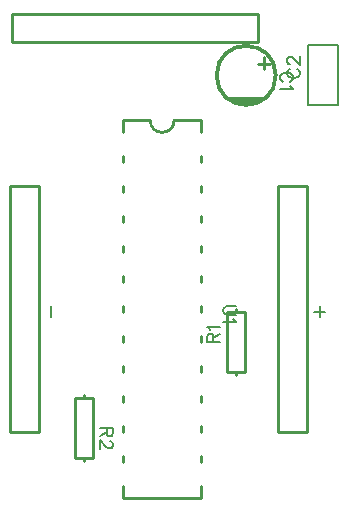
<source format=gto>
G04 Layer: TopSilkscreenLayer*
G04 EasyEDA v6.5.9, 2022-08-12 00:02:45*
G04 2a9479771ff5440bbc068576edc866e0,fa163e59c691420ea6e3b66f1dbf35ee,10*
G04 Gerber Generator version 0.2*
G04 Scale: 100 percent, Rotated: No, Reflected: No *
G04 Dimensions in millimeters *
G04 leading zeros omitted , absolute positions ,4 integer and 5 decimal *
%FSLAX45Y45*%
%MOMM*%

%ADD10C,0.1524*%
%ADD11C,0.2540*%
%ADD12C,0.2007*%
%ADD13C,0.3000*%

%LPD*%
D10*
X2519794Y7674094D02*
G01*
X2519794Y7580622D01*
X4839830Y7627358D02*
G01*
X4746358Y7627358D01*
X4793094Y7674094D02*
G01*
X4793094Y7580622D01*
X4537316Y9574115D02*
G01*
X4547730Y9579449D01*
X4558144Y9589863D01*
X4563224Y9600023D01*
X4563224Y9620851D01*
X4558144Y9631265D01*
X4547730Y9641679D01*
X4537316Y9647013D01*
X4521568Y9652093D01*
X4495660Y9652093D01*
X4480166Y9647013D01*
X4469752Y9641679D01*
X4459338Y9631265D01*
X4454258Y9620851D01*
X4454258Y9600023D01*
X4459338Y9589863D01*
X4469752Y9579449D01*
X4480166Y9574115D01*
X4542396Y9539825D02*
G01*
X4547730Y9529411D01*
X4563224Y9513917D01*
X4454258Y9513917D01*
X4541380Y9685012D02*
G01*
X4530966Y9679678D01*
X4520552Y9669264D01*
X4515472Y9659104D01*
X4515472Y9638276D01*
X4520552Y9627862D01*
X4530966Y9617448D01*
X4541380Y9612114D01*
X4557128Y9607034D01*
X4583036Y9607034D01*
X4598530Y9612114D01*
X4608944Y9617448D01*
X4619358Y9627862D01*
X4624438Y9638276D01*
X4624438Y9659104D01*
X4619358Y9669264D01*
X4608944Y9679678D01*
X4598530Y9685012D01*
X4541380Y9724382D02*
G01*
X4536300Y9724382D01*
X4525886Y9729716D01*
X4520552Y9734796D01*
X4515472Y9745210D01*
X4515472Y9766038D01*
X4520552Y9776452D01*
X4525886Y9781532D01*
X4536300Y9786866D01*
X4546714Y9786866D01*
X4557128Y9781532D01*
X4572622Y9771118D01*
X4624438Y9719302D01*
X4624438Y9791946D01*
X3837292Y7369294D02*
G01*
X3946258Y7369294D01*
X3837292Y7369294D02*
G01*
X3837292Y7416030D01*
X3842372Y7431524D01*
X3847706Y7436858D01*
X3858120Y7441938D01*
X3868534Y7441938D01*
X3878948Y7436858D01*
X3884028Y7431524D01*
X3889108Y7416030D01*
X3889108Y7369294D01*
X3889108Y7405616D02*
G01*
X3946258Y7441938D01*
X3858120Y7476228D02*
G01*
X3852786Y7486642D01*
X3837292Y7502390D01*
X3946258Y7502390D01*
X3039224Y6645394D02*
G01*
X2930258Y6645394D01*
X3039224Y6645394D02*
G01*
X3039224Y6598658D01*
X3034144Y6583164D01*
X3028810Y6577830D01*
X3018396Y6572750D01*
X3007982Y6572750D01*
X2997568Y6577830D01*
X2992488Y6583164D01*
X2987408Y6598658D01*
X2987408Y6645394D01*
X2987408Y6609072D02*
G01*
X2930258Y6572750D01*
X3013316Y6533126D02*
G01*
X3018396Y6533126D01*
X3028810Y6528046D01*
X3034144Y6522712D01*
X3039224Y6512298D01*
X3039224Y6491724D01*
X3034144Y6481310D01*
X3028810Y6475976D01*
X3018396Y6470896D01*
X3007982Y6470896D01*
X2997568Y6475976D01*
X2982074Y6486390D01*
X2930258Y6538460D01*
X2930258Y6465562D01*
X4080700Y7674094D02*
G01*
X4002722Y7674094D01*
X3987228Y7669014D01*
X3976814Y7658600D01*
X3971734Y7642852D01*
X3971734Y7632438D01*
X3976814Y7616944D01*
X3987228Y7606530D01*
X4002722Y7601450D01*
X4080700Y7601450D01*
X4059872Y7567160D02*
G01*
X4065206Y7556746D01*
X4080700Y7540998D01*
X3971734Y7540998D01*
G36*
X4003395Y9450476D02*
G01*
X4013149Y9440875D01*
X4023410Y9431883D01*
X4034231Y9423552D01*
X4045508Y9415830D01*
X4057243Y9408820D01*
X4069384Y9402521D01*
X4081881Y9396984D01*
X4088231Y9394444D01*
X4101185Y9390024D01*
X4114342Y9386417D01*
X4127703Y9383572D01*
X4141215Y9381540D01*
X4154830Y9380321D01*
X4168495Y9379915D01*
X4182160Y9380321D01*
X4195775Y9381540D01*
X4209288Y9383572D01*
X4222648Y9386417D01*
X4235856Y9390024D01*
X4248759Y9394444D01*
X4261408Y9399676D01*
X4273753Y9405569D01*
X4285691Y9412224D01*
X4297172Y9419590D01*
X4308246Y9427616D01*
X4318812Y9436303D01*
X4328820Y9445599D01*
X4333595Y9450476D01*
G37*
D11*
X2410904Y8689690D02*
G01*
X2410904Y6607695D01*
X2410904Y6607698D02*
G01*
X2166912Y6607695D01*
X2166912Y6607695D02*
G01*
X2166912Y8689690D01*
X2166912Y8689690D02*
G01*
X2410904Y8689693D01*
X4684204Y8689690D02*
G01*
X4684204Y6607695D01*
X4684204Y6607698D02*
G01*
X4440212Y6607695D01*
X4440212Y6607695D02*
G01*
X4440212Y8689690D01*
X4440212Y8689690D02*
G01*
X4684204Y8689693D01*
X2188098Y10152087D02*
G01*
X4270093Y10152087D01*
X4270090Y10152087D02*
G01*
X4270093Y9908095D01*
X4270093Y9908095D02*
G01*
X2188098Y9908095D01*
X2188098Y9908095D02*
G01*
X2188095Y10152087D01*
X4318495Y9781506D02*
G01*
X4318495Y9679906D01*
X4368507Y9729894D02*
G01*
X4266907Y9729894D01*
D12*
X4689462Y9883640D02*
G01*
X4689462Y9375640D01*
X4943462Y9375640D01*
X4943462Y9883640D01*
X4689462Y9883640D01*
D11*
X4079608Y7115294D02*
G01*
X4079608Y7089894D01*
X4079608Y7623294D02*
G01*
X4079608Y7648694D01*
X4079608Y7115294D02*
G01*
X4003408Y7115294D01*
X4155808Y7115294D02*
G01*
X4079608Y7115294D01*
X4155808Y7623294D02*
G01*
X4155808Y7115294D01*
X4079608Y7623294D02*
G01*
X4155808Y7623294D01*
X4003408Y7623294D02*
G01*
X4079608Y7623294D01*
X4003408Y7115294D02*
G01*
X4003408Y7623294D01*
X2796908Y6899394D02*
G01*
X2796908Y6924794D01*
X2796908Y6391394D02*
G01*
X2796908Y6365994D01*
X2796908Y6899394D02*
G01*
X2873108Y6899394D01*
X2720708Y6899394D02*
G01*
X2796908Y6899394D01*
X2720708Y6391394D02*
G01*
X2720708Y6899394D01*
X2796908Y6391394D02*
G01*
X2720708Y6391394D01*
X2873108Y6391394D02*
G01*
X2796908Y6391394D01*
X2873108Y6899394D02*
G01*
X2873108Y6391394D01*
X3787307Y6048695D02*
G01*
X3127308Y6048695D01*
X3787307Y9248693D02*
G01*
X3558984Y9248693D01*
X3127308Y9248693D02*
G01*
X3355784Y9248693D01*
X3787307Y9248693D02*
G01*
X3787307Y9146626D01*
X3787307Y8944762D02*
G01*
X3787307Y8892626D01*
X3787307Y8690762D02*
G01*
X3787307Y8638626D01*
X3787307Y8436762D02*
G01*
X3787307Y8384626D01*
X3787307Y8182762D02*
G01*
X3787307Y8130626D01*
X3787307Y7928762D02*
G01*
X3787307Y7876626D01*
X3787307Y7674762D02*
G01*
X3787307Y7622626D01*
X3787307Y7420762D02*
G01*
X3787307Y7368626D01*
X3787307Y7166762D02*
G01*
X3787307Y7114626D01*
X3787307Y6912762D02*
G01*
X3787307Y6860626D01*
X3787307Y6658762D02*
G01*
X3787307Y6606626D01*
X3787307Y6404762D02*
G01*
X3787307Y6352626D01*
X3787307Y6150762D02*
G01*
X3787307Y6048695D01*
X3127308Y6048695D02*
G01*
X3127308Y6150762D01*
X3127308Y6352626D02*
G01*
X3127308Y6404762D01*
X3127308Y6606626D02*
G01*
X3127308Y6658762D01*
X3127308Y6860626D02*
G01*
X3127308Y6912762D01*
X3127308Y7114626D02*
G01*
X3127308Y7166762D01*
X3127308Y7368626D02*
G01*
X3127308Y7420762D01*
X3127308Y7622626D02*
G01*
X3127308Y7674762D01*
X3127308Y7876626D02*
G01*
X3127308Y7928762D01*
X3127308Y8130626D02*
G01*
X3127308Y8182762D01*
X3127308Y8384626D02*
G01*
X3127308Y8436762D01*
X3127308Y8638626D02*
G01*
X3127308Y8690762D01*
X3127308Y8892626D02*
G01*
X3127308Y8944762D01*
X3127308Y9146626D02*
G01*
X3127308Y9248693D01*
G75*
G01*
X3558985Y9248694D02*
G02*
X3355785Y9248694I-101600J0D01*
D13*
G75*
G01
X4418508Y9629902D02*
G03X4418508Y9629902I-250012J0D01*
M02*

</source>
